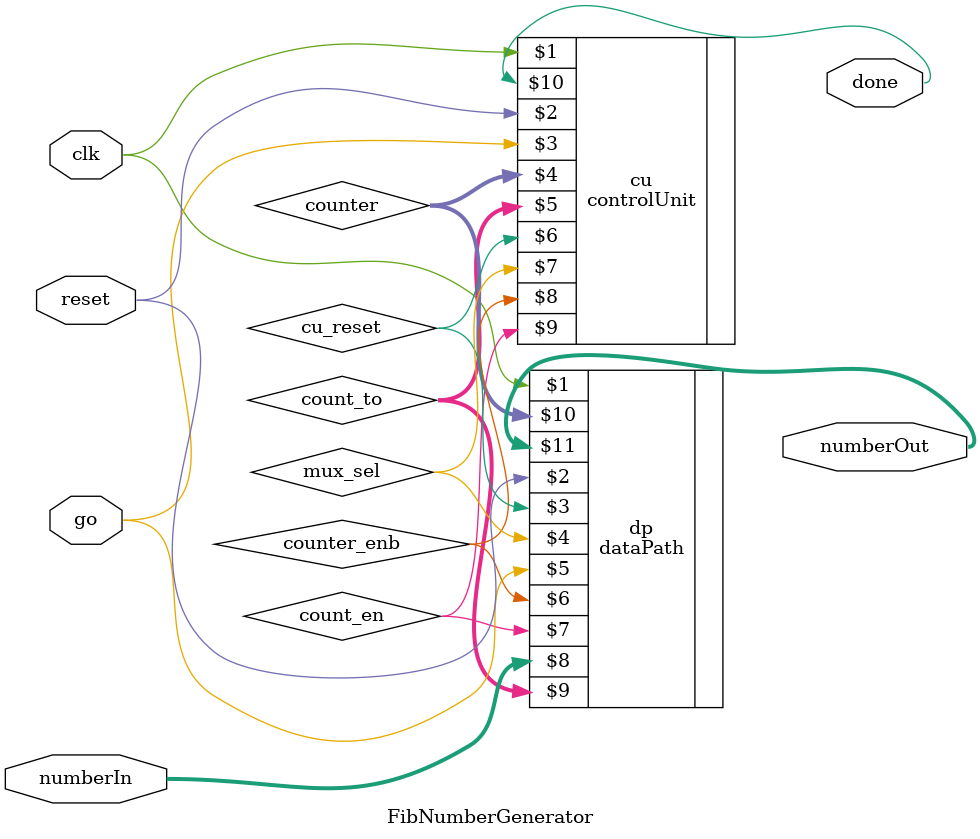
<source format=v>
module FibNumberGenerator(
	input clk, reset, go, 
	input [4:0] numberIn,
	output done,
	output [15:0] numberOut
	);

	wire [15:0] counter;
	wire [4:0] count_to;
	wire mux_sel, counter_enb, count_en, cu_reset;
	
	dataPath dp(clk, reset, cu_reset, mux_sel, go, counter_enb, count_en, numberIn, count_to, counter, numberOut);
	
	controlUnit cu(clk, reset, go, counter, count_to, cu_reset, mux_sel, counter_enb, count_en, done);
endmodule

</source>
